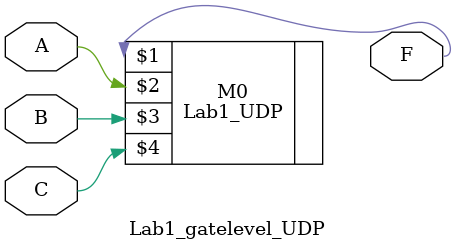
<source format=v>
module	Lab1_gatelevel_UDP(F, A, B, C);
	output	F;
	input	A, B, C;

	Lab1_UDP M0(F, A, B, C);

endmodule
</source>
